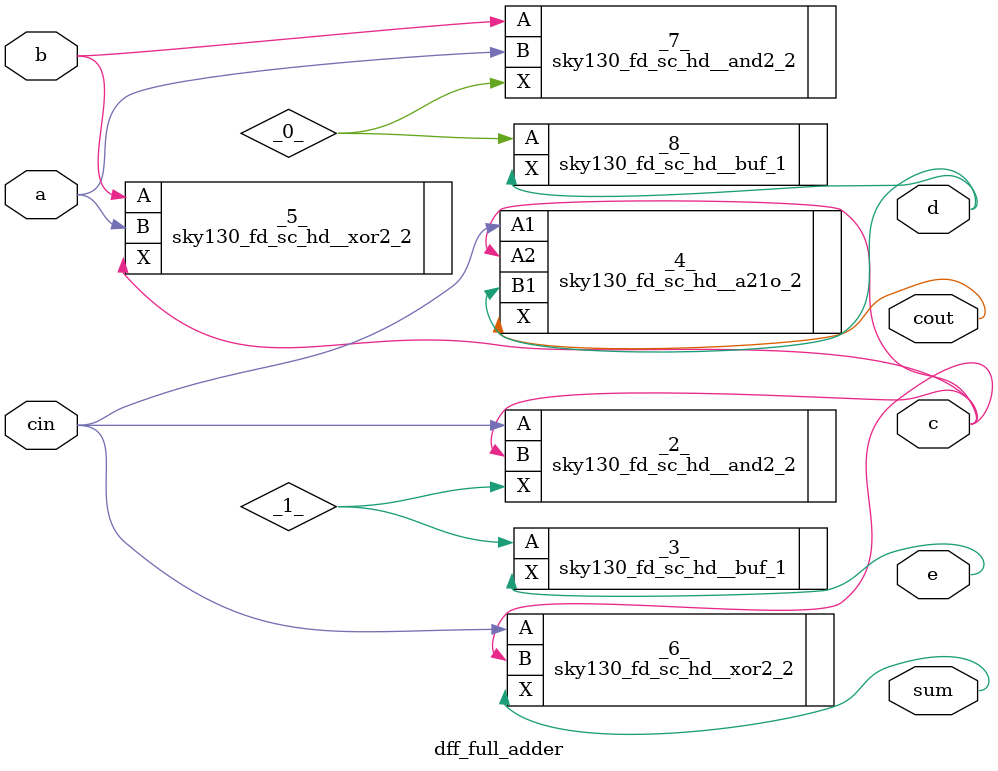
<source format=v>
/* Generated by Yosys 0.34 (git sha1 4a1b5599258, gcc 8.3.1 -fPIC -Os) */

module dff_full_adder(a, b, c, d, e, cin, cout, sum);
  wire _0_;
  wire _1_;
  input a;
  wire a;
  input b;
  wire b;
  output c;
  wire c;
  input cin;
  wire cin;
  output cout;
  wire cout;
  output d;
  wire d;
  output e;
  wire e;
  output sum;
  wire sum;
  sky130_fd_sc_hd__and2_2 _2_ (
    .A(cin),
    .B(c),
    .X(_1_)
  );
  sky130_fd_sc_hd__buf_1 _3_ (
    .A(_1_),
    .X(e)
  );
  sky130_fd_sc_hd__a21o_2 _4_ (
    .A1(cin),
    .A2(c),
    .B1(d),
    .X(cout)
  );
  sky130_fd_sc_hd__xor2_2 _5_ (
    .A(b),
    .B(a),
    .X(c)
  );
  sky130_fd_sc_hd__xor2_2 _6_ (
    .A(cin),
    .B(c),
    .X(sum)
  );
  sky130_fd_sc_hd__and2_2 _7_ (
    .A(b),
    .B(a),
    .X(_0_)
  );
  sky130_fd_sc_hd__buf_1 _8_ (
    .A(_0_),
    .X(d)
  );
endmodule

</source>
